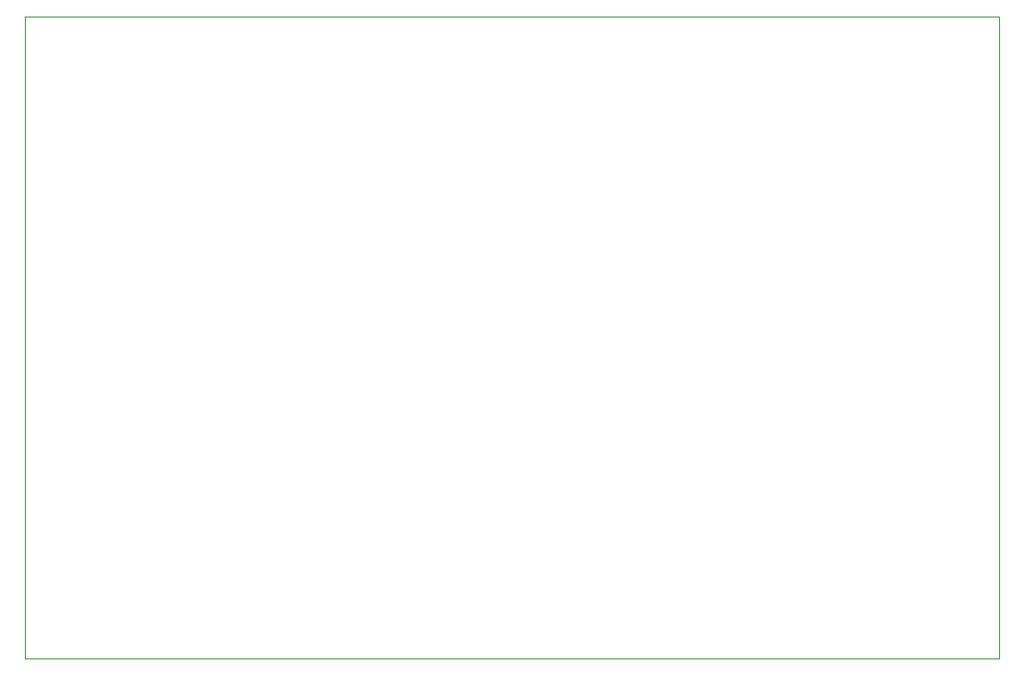
<source format=gbr>
G04 #@! TF.GenerationSoftware,KiCad,Pcbnew,(5.1.9-0-10_14)*
G04 #@! TF.CreationDate,2021-05-04T17:31:03+02:00*
G04 #@! TF.ProjectId,dac-i2s-nos,6461632d-6932-4732-9d6e-6f732e6b6963,rev?*
G04 #@! TF.SameCoordinates,Original*
G04 #@! TF.FileFunction,Profile,NP*
%FSLAX46Y46*%
G04 Gerber Fmt 4.6, Leading zero omitted, Abs format (unit mm)*
G04 Created by KiCad (PCBNEW (5.1.9-0-10_14)) date 2021-05-04 17:31:03*
%MOMM*%
%LPD*%
G01*
G04 APERTURE LIST*
G04 #@! TA.AperFunction,Profile*
%ADD10C,0.050000*%
G04 #@! TD*
G04 APERTURE END LIST*
D10*
X108585000Y-120650000D02*
X108585000Y-61595000D01*
X198120000Y-120650000D02*
X108585000Y-120650000D01*
X198120000Y-61595000D02*
X198120000Y-120650000D01*
X108585000Y-61595000D02*
X198120000Y-61595000D01*
M02*

</source>
